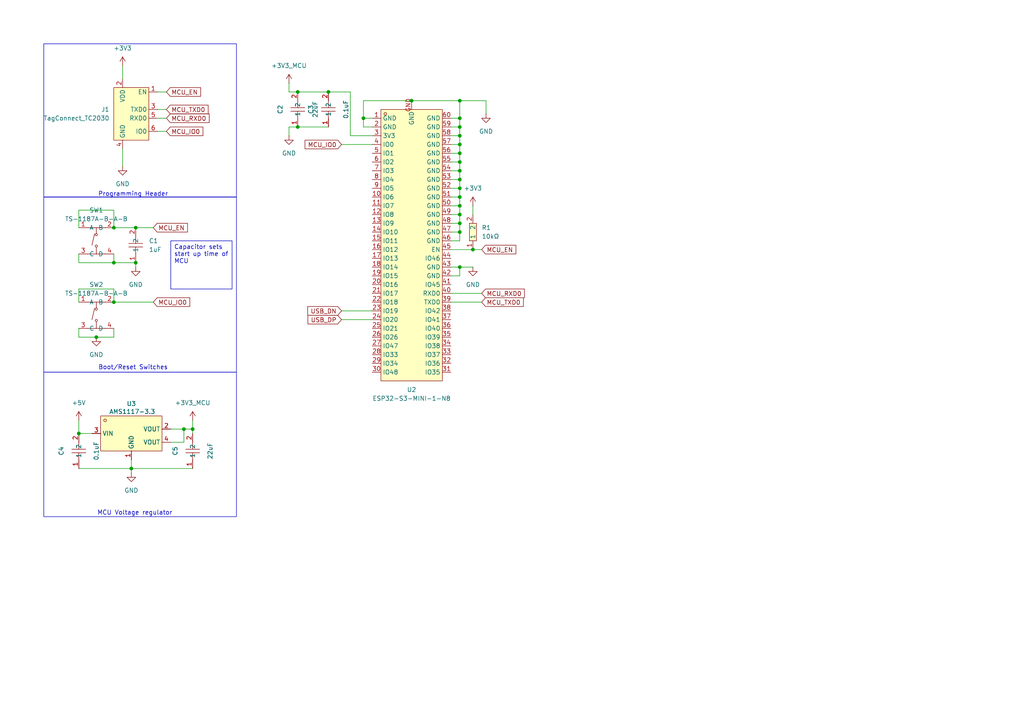
<source format=kicad_sch>
(kicad_sch (version 20231120) (generator "eeschema") (generator_version "8.0")
  (paper "A4")
  (lib_symbols
    (symbol "EasyEDA:0.1uF 50V 0603"
      (property "Reference" "C" (at 0 5.08 0))
      (property "Value" "0.1uF" (at 0 -5.08 0))
      (symbol "0.1uF 50V 0603_0_1"
        (polyline (pts (xy -0.51 -2.03) (xy -0.51 2.03)))
        (polyline (pts (xy -0.51 0) (xy -2.54 0)))
        (polyline (pts (xy 0.51 2.03) (xy 0.51 -2.03)))
        (polyline (pts (xy 2.54 0) (xy 0.51 0)))
        (pin unspecified line (at -5.08 0 0) (length 2.54) (name "1") (number "1"))
        (pin unspecified line (at 5.08 0 180) (length 2.54) (name "2") (number "2"))
      )
    )
    (symbol "EasyEDA:10kΩ 0603"
      (property "Reference" "R" (at 0 5.08 0))
      (property "Value" "10kΩ" (at 0 -5.08 0))
      (symbol "10kΩ 0603_0_1"
        (rectangle (start -2.54 1.02) (end 2.54 -1.02) (fill (type background)))
        (pin input line (at -5.08 0 0) (length 2.54) (name "1") (number "1"))
        (pin input line (at 5.08 0 180) (length 2.54) (name "2") (number "2"))
      )
    )
    (symbol "EasyEDA:1uF 50V 0603"
      (property "Reference" "C" (at 0 5.08 0))
      (property "Value" "1uF" (at 0 -5.08 0))
      (symbol "1uF 50V 0603_0_1"
        (polyline (pts (xy -0.51 -2.03) (xy -0.51 2.03)))
        (polyline (pts (xy -0.51 0) (xy -2.54 0)))
        (polyline (pts (xy 0.51 2.03) (xy 0.51 -2.03)))
        (polyline (pts (xy 2.54 0) (xy 0.51 0)))
        (pin unspecified line (at -5.08 0 0) (length 2.54) (name "1") (number "1"))
        (pin unspecified line (at 5.08 0 180) (length 2.54) (name "2") (number "2"))
      )
    )
    (symbol "EasyEDA:22uF 6.3V 0603"
      (property "Reference" "C" (at 0 5.08 0))
      (property "Value" "22uF" (at 0 -5.08 0))
      (symbol "22uF 6.3V 0603_0_1"
        (polyline (pts (xy -0.51 -2.03) (xy -0.51 2.03)))
        (polyline (pts (xy -0.51 0) (xy -2.54 0)))
        (polyline (pts (xy 0.51 2.03) (xy 0.51 -2.03)))
        (polyline (pts (xy 2.54 0) (xy 0.51 0)))
        (pin unspecified line (at -5.08 0 0) (length 2.54) (name "1") (number "1"))
        (pin unspecified line (at 5.08 0 180) (length 2.54) (name "2") (number "2"))
      )
    )
    (symbol "EasyEDA:AMS1117-3.3"
      (property "Reference" "U" (at 0 8.636 0))
      (property "Value" "AMS1117-3.3" (at 0.254 6.35 0))
      (symbol "AMS1117-3.3_0_1"
        (rectangle (start -8.89 5.08) (end 8.89 -5.08) (fill (type background)))
        (circle (center -7.62 3.81) (radius 0.38))
        (pin unspecified line (at 0 -7.62 90) (length 2.54) (name "GND") (number "1"))
        (pin unspecified line (at 11.43 1.27 180) (length 2.54) (name "VOUT") (number "2"))
        (pin unspecified line (at -11.43 0 0) (length 2.54) (name "VIN") (number "3"))
        (pin unspecified line (at 11.43 -2.54 180) (length 2.54) (name "VOUT") (number "4"))
      )
    )
    (symbol "EasyEDA:ESP32-S3-MINI-1-N8"
      (property "Reference" "U" (at 0 46.99 0))
      (property "Value" "ESP32-S3-MINI-1-N8" (at 0 -41.91 0))
      (symbol "ESP32-S3-MINI-1-N8_0_1"
        (rectangle (start -8.89 39.37) (end 8.89 -39.37) (fill (type background)))
        (circle (center -7.62 38.1) (radius 0.38))
        (pin unspecified line (at -11.43 36.83 0) (length 2.54) (name "GND") (number "1"))
        (pin unspecified line (at -11.43 13.97 0) (length 2.54) (name "IO6") (number "10"))
        (pin unspecified line (at -11.43 11.43 0) (length 2.54) (name "IO7") (number "11"))
        (pin unspecified line (at -11.43 8.89 0) (length 2.54) (name "IO8") (number "12"))
        (pin unspecified line (at -11.43 6.35 0) (length 2.54) (name "IO9") (number "13"))
        (pin unspecified line (at -11.43 3.81 0) (length 2.54) (name "IO10") (number "14"))
        (pin unspecified line (at -11.43 1.27 0) (length 2.54) (name "IO11") (number "15"))
        (pin unspecified line (at -11.43 -1.27 0) (length 2.54) (name "IO12") (number "16"))
        (pin unspecified line (at -11.43 -3.81 0) (length 2.54) (name "IO13") (number "17"))
        (pin unspecified line (at -11.43 -6.35 0) (length 2.54) (name "IO14") (number "18"))
        (pin unspecified line (at -11.43 -8.89 0) (length 2.54) (name "IO15") (number "19"))
        (pin unspecified line (at -11.43 34.29 0) (length 2.54) (name "GND") (number "2"))
        (pin unspecified line (at -11.43 -11.43 0) (length 2.54) (name "IO16") (number "20"))
        (pin unspecified line (at -11.43 -13.97 0) (length 2.54) (name "IO17") (number "21"))
        (pin unspecified line (at -11.43 -16.51 0) (length 2.54) (name "IO18") (number "22"))
        (pin unspecified line (at -11.43 -19.05 0) (length 2.54) (name "IO19") (number "23"))
        (pin unspecified line (at -11.43 -21.59 0) (length 2.54) (name "IO20") (number "24"))
        (pin unspecified line (at -11.43 -24.13 0) (length 2.54) (name "IO21") (number "25"))
        (pin unspecified line (at -11.43 -26.67 0) (length 2.54) (name "IO26") (number "26"))
        (pin unspecified line (at -11.43 -29.21 0) (length 2.54) (name "IO47") (number "27"))
        (pin unspecified line (at -11.43 -31.75 0) (length 2.54) (name "IO33") (number "28"))
        (pin unspecified line (at -11.43 -34.29 0) (length 2.54) (name "IO34") (number "29"))
        (pin unspecified line (at -11.43 31.75 0) (length 2.54) (name "3V3") (number "3"))
        (pin unspecified line (at -11.43 -36.83 0) (length 2.54) (name "IO48") (number "30"))
        (pin unspecified line (at 11.43 -36.83 180) (length 2.54) (name "IO35") (number "31"))
        (pin unspecified line (at 11.43 -34.29 180) (length 2.54) (name "IO36") (number "32"))
        (pin unspecified line (at 11.43 -31.75 180) (length 2.54) (name "IO37") (number "33"))
        (pin unspecified line (at 11.43 -29.21 180) (length 2.54) (name "IO38") (number "34"))
        (pin unspecified line (at 11.43 -26.67 180) (length 2.54) (name "IO39") (number "35"))
        (pin unspecified line (at 11.43 -24.13 180) (length 2.54) (name "IO40") (number "36"))
        (pin unspecified line (at 11.43 -21.59 180) (length 2.54) (name "IO41") (number "37"))
        (pin unspecified line (at 11.43 -19.05 180) (length 2.54) (name "IO42") (number "38"))
        (pin unspecified line (at 11.43 -16.51 180) (length 2.54) (name "TXD0") (number "39"))
        (pin unspecified line (at -11.43 29.21 0) (length 2.54) (name "IO0") (number "4"))
        (pin unspecified line (at 11.43 -13.97 180) (length 2.54) (name "RXD0") (number "40"))
        (pin unspecified line (at 11.43 -11.43 180) (length 2.54) (name "IO45") (number "41"))
        (pin unspecified line (at 11.43 -8.89 180) (length 2.54) (name "GND") (number "42"))
        (pin unspecified line (at 11.43 -6.35 180) (length 2.54) (name "GND") (number "43"))
        (pin unspecified line (at 11.43 -3.81 180) (length 2.54) (name "IO46") (number "44"))
        (pin unspecified line (at 11.43 -1.27 180) (length 2.54) (name "EN") (number "45"))
        (pin unspecified line (at 11.43 1.27 180) (length 2.54) (name "GND") (number "46"))
        (pin unspecified line (at 11.43 3.81 180) (length 2.54) (name "GND") (number "47"))
        (pin unspecified line (at 11.43 6.35 180) (length 2.54) (name "GND") (number "48"))
        (pin unspecified line (at 11.43 8.89 180) (length 2.54) (name "GND") (number "49"))
        (pin unspecified line (at -11.43 26.67 0) (length 2.54) (name "IO1") (number "5"))
        (pin unspecified line (at 11.43 11.43 180) (length 2.54) (name "GND") (number "50"))
        (pin unspecified line (at 11.43 13.97 180) (length 2.54) (name "GND") (number "51"))
        (pin unspecified line (at 11.43 16.51 180) (length 2.54) (name "GND") (number "52"))
        (pin unspecified line (at 11.43 19.05 180) (length 2.54) (name "GND") (number "53"))
        (pin unspecified line (at 11.43 21.59 180) (length 2.54) (name "GND") (number "54"))
        (pin unspecified line (at 11.43 24.13 180) (length 2.54) (name "GND") (number "55"))
        (pin unspecified line (at 11.43 26.67 180) (length 2.54) (name "GND") (number "56"))
        (pin unspecified line (at 11.43 29.21 180) (length 2.54) (name "GND") (number "57"))
        (pin unspecified line (at 11.43 31.75 180) (length 2.54) (name "GND") (number "58"))
        (pin unspecified line (at 11.43 34.29 180) (length 2.54) (name "GND") (number "59"))
        (pin unspecified line (at -11.43 24.13 0) (length 2.54) (name "IO2") (number "6"))
        (pin unspecified line (at 11.43 36.83 180) (length 2.54) (name "GND") (number "60"))
        (pin unspecified line (at -11.43 21.59 0) (length 2.54) (name "IO3") (number "7"))
        (pin unspecified line (at -11.43 19.05 0) (length 2.54) (name "IO4") (number "8"))
        (pin unspecified line (at -11.43 16.51 0) (length 2.54) (name "IO5") (number "9"))
        (pin unspecified line (at 0 41.91 270) (length 2.54) (name "GND") (number "GND"))
      )
    )
    (symbol "EasyEDA:TS-1187A-B-A-B"
      (property "Reference" "SW" (at 0 7.62 0))
      (property "Value" "TS-1187A-B-A-B" (at 0 -10.16 0))
      (symbol "TS-1187A-B-A-B_0_1"
        (circle (center 0 -2.79) (radius 0.32))
        (polyline (pts (xy -2.54 -5.08) (xy 2.54 -5.08)))
        (polyline (pts (xy -2.54 2.54) (xy 2.54 2.54)))
        (polyline (pts (xy -0.51 0.76) (xy -1.27 -2.54)))
        (polyline (pts (xy 0 -3.3) (xy 0 -5.08)))
        (polyline (pts (xy 0 0.76) (xy 0 2.54)))
        (circle (center 0 0.51) (radius 0.32))
        (pin unspecified line (at -5.08 2.54 0) (length 2.54) (name "A") (number "1"))
        (pin unspecified line (at 5.08 2.54 180) (length 2.54) (name "B") (number "2"))
        (pin unspecified line (at -5.08 -5.08 0) (length 2.54) (name "C") (number "3"))
        (pin unspecified line (at 5.08 -5.08 180) (length 2.54) (name "D") (number "4"))
      )
    )
    (symbol "EasyEDA:TagConnect_TC2030" (in_bom no)
      (property "Reference" "J" (at 2.54 11.43 0))
      (property "Value" "TagConnect_TC2030" (at 7.874 12.7 0))
      (symbol "TagConnect_TC2030_0_0"
        (pin bidirectional line (at 7.62 6.35 180) (length 2.54) (name "EN") (number "1"))
        (pin power_in line (at -2.54 10.16 270) (length 2.54) (name "VDD") (number "2"))
        (pin bidirectional line (at 7.62 1.27 180) (length 2.54) (name "TXD0") (number "3"))
        (pin power_in line (at -2.54 -10.16 90) (length 2.54) (name "GND") (number "4"))
        (pin bidirectional line (at 7.62 -1.27 180) (length 2.54) (name "RXD0") (number "5"))
        (pin bidirectional line (at 7.62 -5.08 180) (length 2.54) (name "IO0") (number "6"))
      )
      (symbol "TagConnect_TC2030_0_1"
        (rectangle (start -5.08 7.62) (end 5.08 -7.62) (fill (type background)))
      )
    )
    (symbol "power:+3V3" (power) (pin_numbers hide) (pin_names (offset 0) hide)
      (property "Value" "+3V3" (at 0 3.556 0))
      (symbol "+3V3_0_1"
        (polyline (pts (xy -0.762 1.27) (xy 0 2.54)))
        (polyline (pts (xy 0 0) (xy 0 2.54)))
        (polyline (pts (xy 0 2.54) (xy 0.762 1.27)))
      )
      (symbol "+3V3_1_1"
        (pin power_in line (at 0 0 90) (length 0) (name "~") (number "1"))
      )
    )
    (symbol "power:+5V" (power) (pin_numbers hide) (pin_names (offset 0) hide)
      (property "Value" "+5V" (at 0 3.556 0))
      (symbol "+5V_0_1"
        (polyline (pts (xy -0.762 1.27) (xy 0 2.54)))
        (polyline (pts (xy 0 0) (xy 0 2.54)))
        (polyline (pts (xy 0 2.54) (xy 0.762 1.27)))
      )
      (symbol "+5V_1_1"
        (pin power_in line (at 0 0 90) (length 0) (name "~") (number "1"))
      )
    )
    (symbol "power:GND" (power) (pin_numbers hide) (pin_names (offset 0) hide)
      (property "Value" "GND" (at 0 -3.81 0))
      (symbol "GND_0_1"
        (polyline (pts (xy 0 0) (xy 0 -1.27) (xy 1.27 -1.27) (xy 0 -2.54) (xy -1.27 -1.27) (xy 0 -1.27)))
      )
      (symbol "GND_1_1"
        (pin power_in line (at 0 0 270) (length 0) (name "~") (number "1"))
      )
    )
  )
  (junction (at 133.35 77.47))
  (junction (at 33.02 66.04))
  (junction (at 105.41 34.29))
  (junction (at 53.34 124.46))
  (junction (at 133.35 44.45))
  (junction (at 133.35 46.99))
  (junction (at 39.37 66.04))
  (junction (at 39.37 76.2))
  (junction (at 133.35 49.53))
  (junction (at 133.35 59.69))
  (junction (at 86.36 26.67))
  (junction (at 33.02 87.63))
  (junction (at 133.35 34.29))
  (junction (at 86.36 36.83))
  (junction (at 133.35 67.31))
  (junction (at 133.35 29.21))
  (junction (at 133.35 57.15))
  (junction (at 27.94 97.79))
  (junction (at 119.38 29.21))
  (junction (at 133.35 36.83))
  (junction (at 33.02 76.2))
  (junction (at 133.35 41.91))
  (junction (at 137.16 72.39))
  (junction (at 38.1 135.89))
  (junction (at 133.35 54.61))
  (junction (at 22.86 125.73))
  (junction (at 133.35 52.07))
  (junction (at 95.25 26.67))
  (junction (at 133.35 62.23))
  (junction (at 55.88 124.46))
  (junction (at 133.35 64.77))
  (junction (at 133.35 39.37))
  (wire (pts (xy 130.81 62.23) (xy 133.35 62.23)))
  (wire (pts (xy 133.35 36.83) (xy 133.35 39.37)))
  (wire (pts (xy 22.86 60.96) (xy 33.02 60.96)))
  (wire (pts (xy 22.86 66.04) (xy 22.86 60.96)))
  (wire (pts (xy 99.06 90.17) (xy 107.95 90.17)))
  (wire (pts (xy 33.02 66.04) (xy 39.37 66.04)))
  (wire (pts (xy 133.35 77.47) (xy 137.16 77.47)))
  (wire (pts (xy 140.97 29.21) (xy 140.97 33.02)))
  (wire (pts (xy 22.86 125.73) (xy 26.67 125.73)))
  (wire (pts (xy 130.81 44.45) (xy 133.35 44.45)))
  (wire (pts (xy 105.41 34.29) (xy 105.41 29.21)))
  (wire (pts (xy 130.81 57.15) (xy 133.35 57.15)))
  (wire (pts (xy 130.81 54.61) (xy 133.35 54.61)))
  (wire (pts (xy 33.02 60.96) (xy 33.02 66.04)))
  (wire (pts (xy 130.81 36.83) (xy 133.35 36.83)))
  (wire (pts (xy 45.72 38.1) (xy 48.26 38.1)))
  (wire (pts (xy 38.1 135.89) (xy 55.88 135.89)))
  (wire (pts (xy 22.86 121.92) (xy 22.86 125.73)))
  (wire (pts (xy 133.35 34.29) (xy 130.81 34.29)))
  (wire (pts (xy 130.81 64.77) (xy 133.35 64.77)))
  (wire (pts (xy 130.81 69.85) (xy 133.35 69.85)))
  (wire (pts (xy 35.56 19.05) (xy 35.56 22.86)))
  (wire (pts (xy 133.35 80.01) (xy 133.35 77.47)))
  (wire (pts (xy 133.35 69.85) (xy 133.35 67.31)))
  (wire (pts (xy 33.02 76.2) (xy 39.37 76.2)))
  (wire (pts (xy 130.81 85.09) (xy 139.7 85.09)))
  (wire (pts (xy 133.35 77.47) (xy 130.81 77.47)))
  (wire (pts (xy 130.81 49.53) (xy 133.35 49.53)))
  (wire (pts (xy 133.35 67.31) (xy 133.35 64.77)))
  (wire (pts (xy 137.16 72.39) (xy 139.7 72.39)))
  (wire (pts (xy 99.06 92.71) (xy 107.95 92.71)))
  (wire (pts (xy 133.35 54.61) (xy 133.35 52.07)))
  (wire (pts (xy 133.35 29.21) (xy 133.35 34.29)))
  (wire (pts (xy 133.35 29.21) (xy 140.97 29.21)))
  (wire (pts (xy 133.35 46.99) (xy 133.35 44.45)))
  (wire (pts (xy 105.41 29.21) (xy 119.38 29.21)))
  (wire (pts (xy 99.06 41.91) (xy 107.95 41.91)))
  (wire (pts (xy 101.6 26.67) (xy 95.25 26.67)))
  (wire (pts (xy 49.53 124.46) (xy 53.34 124.46)))
  (wire (pts (xy 55.88 124.46) (xy 55.88 125.73)))
  (wire (pts (xy 39.37 76.2) (xy 39.37 77.47)))
  (wire (pts (xy 45.72 34.29) (xy 48.26 34.29)))
  (wire (pts (xy 105.41 36.83) (xy 105.41 34.29)))
  (wire (pts (xy 33.02 87.63) (xy 44.45 87.63)))
  (wire (pts (xy 38.1 135.89) (xy 38.1 137.16)))
  (wire (pts (xy 130.81 87.63) (xy 139.7 87.63)))
  (wire (pts (xy 119.38 29.21) (xy 133.35 29.21)))
  (wire (pts (xy 22.86 135.89) (xy 38.1 135.89)))
  (wire (pts (xy 22.86 87.63) (xy 22.86 83.82)))
  (wire (pts (xy 107.95 36.83) (xy 105.41 36.83)))
  (wire (pts (xy 130.81 52.07) (xy 133.35 52.07)))
  (wire (pts (xy 45.72 31.75) (xy 48.26 31.75)))
  (wire (pts (xy 133.35 64.77) (xy 133.35 62.23)))
  (wire (pts (xy 33.02 83.82) (xy 33.02 87.63)))
  (wire (pts (xy 22.86 73.66) (xy 22.86 76.2)))
  (wire (pts (xy 27.94 97.79) (xy 33.02 97.79)))
  (wire (pts (xy 130.81 41.91) (xy 133.35 41.91)))
  (wire (pts (xy 130.81 59.69) (xy 133.35 59.69)))
  (wire (pts (xy 133.35 39.37) (xy 130.81 39.37)))
  (wire (pts (xy 86.36 26.67) (xy 95.25 26.67)))
  (wire (pts (xy 53.34 128.27) (xy 53.34 124.46)))
  (wire (pts (xy 107.95 39.37) (xy 101.6 39.37)))
  (wire (pts (xy 133.35 36.83) (xy 133.35 34.29)))
  (wire (pts (xy 105.41 34.29) (xy 107.95 34.29)))
  (wire (pts (xy 53.34 124.46) (xy 55.88 124.46)))
  (wire (pts (xy 48.26 26.67) (xy 45.72 26.67)))
  (wire (pts (xy 22.86 97.79) (xy 27.94 97.79)))
  (wire (pts (xy 133.35 44.45) (xy 133.35 41.91)))
  (wire (pts (xy 22.86 95.25) (xy 22.86 97.79)))
  (wire (pts (xy 83.82 26.67) (xy 86.36 26.67)))
  (wire (pts (xy 101.6 39.37) (xy 101.6 26.67)))
  (wire (pts (xy 130.81 80.01) (xy 133.35 80.01)))
  (wire (pts (xy 55.88 124.46) (xy 55.88 121.92)))
  (wire (pts (xy 86.36 36.83) (xy 95.25 36.83)))
  (wire (pts (xy 22.86 76.2) (xy 33.02 76.2)))
  (wire (pts (xy 133.35 54.61) (xy 133.35 57.15)))
  (wire (pts (xy 133.35 39.37) (xy 133.35 41.91)))
  (wire (pts (xy 49.53 128.27) (xy 53.34 128.27)))
  (wire (pts (xy 33.02 97.79) (xy 33.02 95.25)))
  (wire (pts (xy 137.16 59.69) (xy 137.16 62.23)))
  (wire (pts (xy 35.56 43.18) (xy 35.56 48.26)))
  (wire (pts (xy 83.82 24.13) (xy 83.82 26.67)))
  (wire (pts (xy 38.1 133.35) (xy 38.1 135.89)))
  (wire (pts (xy 130.81 72.39) (xy 137.16 72.39)))
  (wire (pts (xy 39.37 66.04) (xy 44.45 66.04)))
  (wire (pts (xy 86.36 36.83) (xy 83.82 36.83)))
  (wire (pts (xy 133.35 52.07) (xy 133.35 49.53)))
  (wire (pts (xy 22.86 83.82) (xy 33.02 83.82)))
  (wire (pts (xy 130.81 67.31) (xy 133.35 67.31)))
  (wire (pts (xy 133.35 62.23) (xy 133.35 59.69)))
  (wire (pts (xy 133.35 49.53) (xy 133.35 46.99)))
  (wire (pts (xy 33.02 76.2) (xy 33.02 73.66)))
  (wire (pts (xy 133.35 57.15) (xy 133.35 59.69)))
  (wire (pts (xy 83.82 36.83) (xy 83.82 39.37)))
  (wire (pts (xy 130.81 46.99) (xy 133.35 46.99)))
  (rectangle (start 12.7 12.7) (end 68.58 57.15))
  (rectangle (start 12.7 57.15) (end 68.58 107.95))
  (rectangle (start 12.7 107.95) (end 68.58 149.86))
  (text_box "Capacitor sets start up time of MCU" (at 49.53 69.85 0) (size 17.78 13.97) (effects (font (size 1.27 1.27)) (justify left top)))
  (text "Programming Header" (at 38.608 56.388 0) (effects (font (size 1.27 1.27))))
  (text "Boot/Reset Switches" (at 38.608 106.68 0) (effects (font (size 1.27 1.27))))
  (text "MCU Voltage regulator" (at 39.116 148.844 0) (effects (font (size 1.27 1.27))))
  (global_label "MCU_IO0" (shape input) (at 99.06 41.91 180) (property "Intersheetrefs" "${INTERSHEET_REFS}" (effects (hide yes))))
  (global_label "MCU_RXD0" (shape input) (at 48.26 34.29 0) (property "Intersheetrefs" "${INTERSHEET_REFS}" (effects (hide yes))))
  (global_label "USB_DP" (shape input) (at 99.06 92.71 180) (property "Intersheetrefs" "${INTERSHEET_REFS}" (effects (hide yes))))
  (global_label "MCU_EN" (shape input) (at 139.7 72.39 0) (property "Intersheetrefs" "${INTERSHEET_REFS}" (effects (hide yes))))
  (global_label "MCU_IO0" (shape input) (at 44.45 87.63 0) (property "Intersheetrefs" "${INTERSHEET_REFS}" (effects (hide yes))))
  (global_label "MCU_EN" (shape input) (at 48.26 26.67 0) (property "Intersheetrefs" "${INTERSHEET_REFS}" (effects (hide yes))))
  (global_label "MCU_RXD0" (shape input) (at 139.7 85.09 0) (property "Intersheetrefs" "${INTERSHEET_REFS}" (effects (hide yes))))
  (global_label "MCU_TXD0" (shape input) (at 48.26 31.75 0) (property "Intersheetrefs" "${INTERSHEET_REFS}" (effects (hide yes))))
  (global_label "MCU_EN" (shape input) (at 44.45 66.04 0) (property "Intersheetrefs" "${INTERSHEET_REFS}" (effects (hide yes))))
  (global_label "MCU_TXD0" (shape input) (at 139.7 87.63 0) (property "Intersheetrefs" "${INTERSHEET_REFS}" (effects (hide yes))))
  (global_label "USB_DN" (shape input) (at 99.06 90.17 180) (property "Intersheetrefs" "${INTERSHEET_REFS}" (effects (hide yes))))
  (global_label "MCU_IO0" (shape input) (at 48.26 38.1 0) (property "Intersheetrefs" "${INTERSHEET_REFS}" (effects (hide yes))))
  (symbol (lib_id "EasyEDA:TS-1187A-B-A-B") (at 27.94 68.58 0) (unit 1)
    (property "Reference" "SW1" (at 27.94 60.96 0))
    (property "Value" "TS-1187A-B-A-B" (at 27.94 63.5 0))
    (property "Footprint" "EasyEDA:SW-SMD_4P-L5.1-W5.1-P3.70-LS6.5-TL-2" (effects (hide yes)))
    (property "Datasheet" "https://lcsc.com/product-detail/Tactile-Switches_XKB-Enterprise-TS-1187-B-A-A_C318884.html" (effects (hide yes)))
    (property "LCSC Part" "C318884" (effects (hide yes)))
  )
  (symbol (lib_id "power:GND") (at 83.82 39.37 0) (unit 1)
    (property "Reference" "#PWR02" (effects (hide yes)))
    (property "Value" "GND" (at 83.82 44.45 0))
    (property "Description" "Power symbol creates a global label with name \"GND\" , ground" (effects (hide yes)))
  )
  (symbol (lib_id "EasyEDA:0.1uF 50V 0603") (at 22.86 130.81 90) (unit 1)
    (property "Reference" "C4" (at 17.78 130.81 0))
    (property "Value" "0.1uF" (at 27.94 130.81 0))
    (property "Footprint" "EasyEDA:C0603" (effects (hide yes)))
    (property "Datasheet" "https://lcsc.com/product-detail/Multilayer-Ceramic-Capacitors-MLCC-SMD-SMT_100nF-104-10-50V_C14663.html" (effects (hide yes)))
    (property "Description" "CC0603KRX7R9BB104" (effects (hide yes)))
    (property "LCSC Part" "C14663" (effects (hide yes)))
  )
  (symbol (lib_id "power:GND") (at 38.1 137.16 0) (unit 1)
    (property "Reference" "#PWR011" (effects (hide yes)))
    (property "Value" "GND" (at 38.1 142.24 0))
    (property "Description" "Power symbol creates a global label with name \"GND\" , ground" (effects (hide yes)))
  )
  (symbol (lib_id "EasyEDA:0.1uF 50V 0603") (at 95.25 31.75 90) (unit 1)
    (property "Reference" "C3" (at 90.17 31.75 0))
    (property "Value" "0.1uF" (at 100.33 31.75 0))
    (property "Footprint" "EasyEDA:C0603" (effects (hide yes)))
    (property "Datasheet" "https://lcsc.com/product-detail/Multilayer-Ceramic-Capacitors-MLCC-SMD-SMT_100nF-104-10-50V_C14663.html" (effects (hide yes)))
    (property "Description" "CC0603KRX7R9BB104" (effects (hide yes)))
    (property "LCSC Part" "C14663" (effects (hide yes)))
  )
  (symbol (lib_id "power:+3V3") (at 137.16 59.69 0) (unit 1)
    (property "Reference" "#PWR05" (effects (hide yes)))
    (property "Value" "+3V3" (at 137.16 54.61 0))
    (property "Description" "Power symbol creates a global label with name \"+3V3\"" (effects (hide yes)))
  )
  (symbol (lib_id "power:+3V3") (at 55.88 121.92 0) (unit 1)
    (property "Reference" "#PWR017" (effects (hide yes)))
    (property "Value" "+3V3_MCU" (at 55.88 116.84 0))
    (property "Description" "Power symbol creates a global label with name \"+3V3\"" (effects (hide yes)))
  )
  (symbol (lib_id "EasyEDA:AMS1117-3.3") (at 38.1 125.73 0) (unit 1)
    (property "Reference" "U3" (at 38.1 117.094 0))
    (property "Value" "AMS1117-3.3" (at 38.354 119.38 0))
    (property "Footprint" "EasyEDA:SOT-223-3_L6.5-W3.4-P2.30-LS7.0-BR" (effects (hide yes)))
    (property "Datasheet" "https://lcsc.com/product-detail/Low-Dropout-Regulators-LDO_AMS_AMS1117-3-3_AMS1117-3-3_C6186.html" (effects (hide yes)))
    (property "LCSC Part" "C6186" (effects (hide yes)))
  )
  (symbol (lib_id "EasyEDA:22uF 6.3V 0603") (at 55.88 130.81 90) (unit 1)
    (property "Reference" "C5" (at 50.8 130.81 0))
    (property "Value" "22uF" (at 60.96 130.81 0))
    (property "Footprint" "EasyEDA:C0603" (effects (hide yes)))
    (property "Datasheet" "https://lcsc.com/product-detail/Multilayer-Ceramic-Capacitors-MLCC-SMD-SMT_SAMSUNG_CL10A226MQ8NRNC_22uF-226-20-6-3V_C59461.html" (effects (hide yes)))
    (property "Description" "CL10A226MQ8NRNC" (effects (hide yes)))
    (property "LCSC Part" "C59461" (effects (hide yes)))
  )
  (symbol (lib_id "power:+3V3") (at 35.56 19.05 0) (unit 1)
    (property "Reference" "#PWR04" (effects (hide yes)))
    (property "Value" "+3V3" (at 35.56 13.97 0))
    (property "Description" "Power symbol creates a global label with name \"+3V3\"" (effects (hide yes)))
  )
  (symbol (lib_id "EasyEDA:1uF 50V 0603") (at 39.37 71.12 90) (unit 1)
    (property "Reference" "C1" (at 43.18 69.8499 90) (effects (justify right)))
    (property "Value" "1uF" (at 43.18 72.3899 90) (effects (justify right)))
    (property "Footprint" "EasyEDA:C0603" (effects (hide yes)))
    (property "Datasheet" "https://lcsc.com/product-detail/Multilayer-Ceramic-Capacitors-MLCC-SMD-SMT_SAMSUNG_CL10A105KB8NNNC_1uF-105-10-50V_C15849.html" (effects (hide yes)))
    (property "Description" "CL10A105KB8NNNC" (effects (hide yes)))
    (property "LCSC Part" "C15849" (effects (hide yes)))
  )
  (symbol (lib_id "EasyEDA:TagConnect_TC2030") (at 38.1 33.02 0) (unit 1) (in_bom no)
    (property "Reference" "J1" (at 31.75 31.7499 0) (effects (justify right)))
    (property "Value" "TagConnect_TC2030" (at 31.75 34.2899 0) (effects (justify right)))
    (property "Footprint" "Connector:Tag-Connect_TC2030-IDC-FP_2x03_P1.27mm_Vertical" (effects (hide yes)))
    (property "Datasheet" "https://www.tag-connect.com/wp-content/uploads/bsk-pdf-manager/TC2030-CTX_1.pdf" (effects (hide yes)))
    (property "Description" "Tag-Connect ARM Cortex SWD JTAG connector, 6 pin" (effects (hide yes)))
  )
  (symbol (lib_id "power:GND") (at 27.94 97.79 0) (unit 1)
    (property "Reference" "#PWR03" (effects (hide yes)))
    (property "Value" "GND" (at 27.94 102.87 0))
    (property "Description" "Power symbol creates a global label with name \"GND\" , ground" (effects (hide yes)))
  )
  (symbol (lib_id "power:GND") (at 35.56 48.26 0) (unit 1)
    (property "Reference" "#PWR06" (effects (hide yes)))
    (property "Value" "GND" (at 35.56 53.34 0))
    (property "Description" "Power symbol creates a global label with name \"GND\" , ground" (effects (hide yes)))
  )
  (symbol (lib_id "power:GND") (at 140.97 33.02 0) (unit 1)
    (property "Reference" "#PWR08" (effects (hide yes)))
    (property "Value" "GND" (at 140.97 38.1 0))
    (property "Description" "Power symbol creates a global label with name \"GND\" , ground" (effects (hide yes)))
  )
  (symbol (lib_id "EasyEDA:22uF 6.3V 0603") (at 86.36 31.75 90) (unit 1)
    (property "Reference" "C2" (at 81.28 31.75 0))
    (property "Value" "22uF" (at 91.44 31.75 0))
    (property "Footprint" "EasyEDA:C0603" (effects (hide yes)))
    (property "Datasheet" "https://lcsc.com/product-detail/Multilayer-Ceramic-Capacitors-MLCC-SMD-SMT_SAMSUNG_CL10A226MQ8NRNC_22uF-226-20-6-3V_C59461.html" (effects (hide yes)))
    (property "Description" "CL10A226MQ8NRNC" (effects (hide yes)))
    (property "LCSC Part" "C59461" (effects (hide yes)))
  )
  (symbol (lib_id "EasyEDA:TS-1187A-B-A-B") (at 27.94 90.17 0) (unit 1)
    (property "Reference" "SW2" (at 27.94 82.55 0))
    (property "Value" "TS-1187A-B-A-B" (at 27.94 85.09 0))
    (property "Footprint" "EasyEDA:SW-SMD_4P-L5.1-W5.1-P3.70-LS6.5-TL-2" (effects (hide yes)))
    (property "Datasheet" "https://lcsc.com/product-detail/Tactile-Switches_XKB-Enterprise-TS-1187-B-A-A_C318884.html" (effects (hide yes)))
    (property "LCSC Part" "C318884" (effects (hide yes)))
  )
  (symbol (lib_id "power:GND") (at 137.16 77.47 0) (unit 1)
    (property "Reference" "#PWR07" (effects (hide yes)))
    (property "Value" "GND" (at 137.16 82.55 0))
    (property "Description" "Power symbol creates a global label with name \"GND\" , ground" (effects (hide yes)))
  )
  (symbol (lib_id "power:+5V") (at 22.86 121.92 0) (unit 1)
    (property "Reference" "#PWR010" (effects (hide yes)))
    (property "Value" "+5V" (at 22.86 116.84 0))
    (property "Description" "Power symbol creates a global label with name \"+5V\"" (effects (hide yes)))
  )
  (symbol (lib_id "EasyEDA:10kΩ 0603") (at 137.16 67.31 90) (unit 1)
    (property "Reference" "R1" (at 139.7 66.0399 90) (effects (justify right)))
    (property "Value" "10kΩ" (at 139.7 68.5799 90) (effects (justify right)))
    (property "Footprint" "EasyEDA:R0603" (effects (hide yes)))
    (property "Datasheet" "https://lcsc.com/product-detail/Chip-Resistor-Surface-Mount-UniOhm_10KR-1002-1_C25804.html" (effects (hide yes)))
    (property "Description" "0603WAF1002T5E" (effects (hide yes)))
    (property "LCSC Part" "C25804" (effects (hide yes)))
  )
  (symbol (lib_id "power:GND") (at 39.37 77.47 0) (unit 1)
    (property "Reference" "#PWR09" (effects (hide yes)))
    (property "Value" "GND" (at 39.37 82.55 0))
    (property "Description" "Power symbol creates a global label with name \"GND\" , ground" (effects (hide yes)))
  )
  (symbol (lib_id "EasyEDA:ESP32-S3-MINI-1-N8") (at 119.38 71.12 0) (unit 1)
    (property "Reference" "U2" (at 119.38 113.03 0))
    (property "Value" "ESP32-S3-MINI-1-N8" (at 119.38 115.57 0))
    (property "Footprint" "EasyEDA:BULETM-SMD_ESP32-S3-MINI-1-N8" (effects (hide yes)))
    (property "LCSC Part" "C2913206" (effects (hide yes)))
  )
  (symbol (lib_id "power:+3V3") (at 83.82 24.13 0) (unit 1)
    (property "Reference" "#PWR01" (effects (hide yes)))
    (property "Value" "+3V3_MCU" (at 83.82 19.05 0))
    (property "Description" "Power symbol creates a global label with name \"+3V3\"" (effects (hide yes)))
  )
)
</source>
